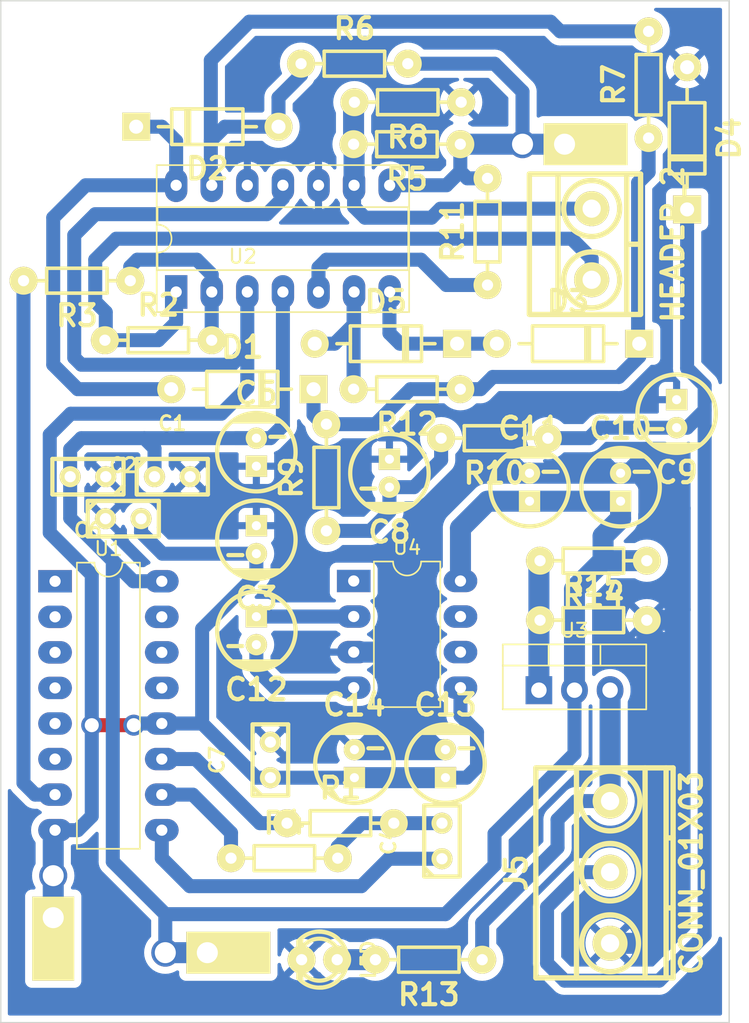
<source format=kicad_pcb>
(kicad_pcb (version 20211014) (generator pcbnew)
  (title_block (title "Medidor de conductividad") (date "2022-05-06") (rev "V0.1") (comment 1 "Autor: Dal Degan Santiago"))
  (layers (0 "F.Cu" signal) (31 "B.Cu" signal) (34 "B.Paste" user) (35 "F.Paste" user) (36 "B.SilkS" user "B.Silkscreen") (37 "F.SilkS" user "F.Silkscreen") (38 "B.Mask" user) (39 "F.Mask" user) (44 "Edge.Cuts" user))
  (net 0 "")
  (net 1 "+3V0")
  (net 2 "GND")
  (net 3 "-3V3")
  (net 4 "Net-(C4-Pad1)")
  (net 5 "Net-(C4-Pad2)")
  (net 6 "Net-(C8-Pad2)")
  (net 7 "Net-(C9-Pad2)")
  (net 8 "Net-(C12-Pad1)")
  (net 9 "Net-(C12-Pad2)")
  (net 10 "Net-(D1-Pad1)")
  (net 11 "Net-(D1-Pad2)")
  (net 12 "Net-(D2-Pad1)")
  (net 13 "Net-(D3-Pad1)")
  (net 14 "Net-(D5-Pad1)")
  (net 15 "Net-(J1-Pad1)")
  (net 16 "Net-(J1-Pad2)")
  (net 17 "Net-(J2-Pad1)")
  (net 18 "VCC")
  (net 19 "Net-(LED1-Pad1)")
  (net 20 "Net-(R1-Pad1)")
  (net 21 "Net-(R2-Pad2)")
  (net 22 "Net-(R3-Pad2)")
  (net 23 "Net-(R4-Pad1)")
  (net 24 "Net-(R11-Pad1)")
  (net 25 "Net-(R14-Pad2)")
  (footprint "EESTN5:CAP_0.1" (layer "F.Cu") (at 214.25 63)
    (fp_text reference "C1" (at 0 -3.81) (layer "F.SilkS") (effects (font (size 1.016 1.016) (thickness 0.2032))))
    (fp_text value "100n" hide)
    (pad "1" thru_hole circle locked (at -1.27 0) (size 1.50114 1.50114) (drill 0.8001) (layers *.Cu *.Mask "F.SilkS") (net 1 "+3V0"))
    (pad "2" thru_hole circle locked (at 1.27 0) (size 1.50114 1.50114) (drill 0.8001) (layers *.Cu *.Mask "F.SilkS") (net 2 "GND"))
  )
  (footprint "EESTN5:CAP_ELEC_5x11mm" (layer "F.Cu") (at 229.75 62.75 180)
    (fp_text reference "C8" (at 0 -4.2) (layer "F.SilkS") (effects (font (size 1.524 1.524) (thickness 0.3048))))
    (fp_text value "1u" hide)
    (pad "1" thru_hole rect locked (at 0 1 180) (size 1.524 1.524) (drill 0.65) (layers *.Cu *.Mask "F.SilkS") (net 2 "GND"))
    (pad "2" thru_hole circle locked (at 0 -1 180) (size 1.524 1.524) (drill 0.65) (layers *.Cu *.Mask "F.SilkS") (net 6 "Net-(C8-Pad2)"))
  )
  (footprint "EESTN5:CAP_0.1" (layer "F.Cu") (at 208.23 63 180)
    (fp_text reference "C6" (at 0 -3.81) (layer "F.SilkS") (effects (font (size 1.016 1.016) (thickness 0.2032))))
    (fp_text value "100n" hide)
    (pad "1" thru_hole circle locked (at -1.27 0 180) (size 1.50114 1.50114) (drill 0.8001) (layers *.Cu *.Mask "F.SilkS") (net 2 "GND"))
    (pad "2" thru_hole circle locked (at 1.27 0 180) (size 1.50114 1.50114) (drill 0.8001) (layers *.Cu *.Mask "F.SilkS") (net 1 "+3V0"))
  )
  (footprint "MacroLib:DIP-14" (layer "F.Cu") (at 214.525 49.805 90)
    (fp_text reference "U2" (at 2.54 4.75) (layer "F.SilkS"))
    (fp_text value "TL084")
    (pad "1" thru_hole rect (at 0 0 90) (size 2.4 1.6) (drill 0.8) (layers *.Cu *.Mask) (net 15 "Net-(J1-Pad1)"))
    (pad "2" thru_hole oval (at 0 2.54 90) (size 2.4 1.6) (drill 0.8) (layers *.Cu *.Mask) (net 21 "Net-(R2-Pad2)"))
    (pad "3" thru_hole oval (at 0 5.08 90) (size 2.4 1.6) (drill 0.8) (layers *.Cu *.Mask) (net 3 "-3V3"))
    (pad "4" thru_hole oval (at 0 7.62 90) (size 2.4 1.6) (drill 0.8) (layers *.Cu *.Mask) (net 1 "+3V0"))
    (pad "5" thru_hole oval (at 0 10.16 90) (size 2.4 1.6) (drill 0.8) (layers *.Cu *.Mask) (net 24 "Net-(R11-Pad1)"))
    (pad "6" thru_hole oval (at 0 12.7 90) (size 2.4 1.6) (drill 0.8) (layers *.Cu *.Mask) (net 14 "Net-(D5-Pad1)"))
    (pad "7" thru_hole oval (at 0 15.24 90) (size 2.4 1.6) (drill 0.8) (layers *.Cu *.Mask) (net 13 "Net-(D3-Pad1)"))
    (pad "8" thru_hole oval (at 7.62 15.24 90) (size 2.4 1.6) (drill 0.8) (layers *.Cu *.Mask) (net 17 "Net-(J2-Pad1)"))
    (pad "9" thru_hole oval (at 7.62 12.7 90) (size 2.4 1.6) (drill 0.8) (layers *.Cu *.Mask) (net 16 "Net-(J1-Pad2)"))
    (pad "10" thru_hole oval (at 7.62 10.16 90) (size 2.4 1.6) (drill 0.8) (layers *.Cu *.Mask) (net 2 "GND"))
    (pad "11" thru_hole oval (at 7.62 7.62 90) (size 2.4 1.6) (drill 0.8) (layers *.Cu *.Mask) (net 3 "-3V3"))
    (pad "12" thru_hole oval (at 7.62 5.08 90) (size 2.4 1.6) (drill 0.8) (layers *.Cu *.Mask) (net 2 "GND"))
    (pad "13" thru_hole oval (at 7.62 2.54 90) (size 2.4 1.6) (drill 0.8) (layers *.Cu *.Mask) (net 12 "Net-(D2-Pad1)"))
    (pad "14" thru_hole oval (at 7.62 0 90) (size 2.4 1.6) (drill 0.8) (layers *.Cu *.Mask) (net 10 "Net-(D1-Pad1)"))
  )
  (footprint "EESTN5:led_3mm_red" (layer "F.Cu") (at 224.75 97.5 -90)
    (fp_text reference "LED1" hide)
    (fp_text value "LED" (at 0 -3.5 90) (layer "F.SilkS") (effects (font (thickness 0.2))))
    (pad "1" thru_hole circle locked (at 0 -1.27 270) (size 1.99898 1.99898) (drill 0.8001) (layers *.Cu *.Mask "F.SilkS") (net 19 "Net-(LED1-Pad1)"))
    (pad "2" thru_hole circle locked (at 0 1.27 270) (size 1.99898 1.99898) (drill 0.8001) (layers *.Cu *.Mask "F.SilkS") (net 2 "GND"))
  )
  (footprint "EESTN5:RES0.3" (layer "F.Cu") (at 248.25 35 90)
    (fp_text reference "R7" (at 0 -2.5 90) (layer "F.SilkS") (effects (font (size 1.5 1.5) (thickness 0.3))))
    (fp_text value "10k" hide)
    (pad "1" thru_hole circle locked (at -3.81 0 90) (size 1.99898 1.99898) (drill 0.8001) (layers *.Cu *.Mask "F.SilkS") (net 11 "Net-(D1-Pad2)"))
    (pad "2" thru_hole circle locked (at 3.81 0 90) (size 1.99898 1.99898) (drill 0.8001) (layers *.Cu *.Mask "F.SilkS") (net 12 "Net-(D2-Pad1)"))
  )
  (footprint "EESTN5:RES0.3" (layer "F.Cu") (at 226.25 87.75)
    (fp_text reference "R1" (at 0 -2.5) (layer "F.SilkS") (effects (font (size 1.5 1.5) (thickness 0.3))))
    (fp_text value "100k" hide)
    (pad "1" thru_hole circle locked (at -3.81 0) (size 1.99898 1.99898) (drill 0.8001) (layers *.Cu *.Mask "F.SilkS") (net 20 "Net-(R1-Pad1)"))
    (pad "2" thru_hole circle locked (at 3.81 0) (size 1.99898 1.99898) (drill 0.8001) (layers *.Cu *.Mask "F.SilkS") (net 5 "Net-(C4-Pad2)"))
  )
  (footprint "EESTN5:RES0.3" (layer "F.Cu") (at 236.75 45.5 90)
    (fp_text reference "R11" (at 0 -2.5 90) (layer "F.SilkS") (effects (font (size 1.5 1.5) (thickness 0.3))))
    (fp_text value "10k" hide)
    (pad "1" thru_hole circle locked (at -3.81 0 90) (size 1.99898 1.99898) (drill 0.8001) (layers *.Cu *.Mask "F.SilkS") (net 24 "Net-(R11-Pad1)"))
    (pad "2" thru_hole circle locked (at 3.81 0 90) (size 1.99898 1.99898) (drill 0.8001) (layers *.Cu *.Mask "F.SilkS") (net 17 "Net-(J2-Pad1)"))
  )
  (footprint "EESTN5:RES0.3" (layer "F.Cu") (at 231 56.75 180)
    (fp_text reference "R12" (at 0 -2.5) (layer "F.SilkS") (effects (font (size 1.5 1.5) (thickness 0.3))))
    (fp_text value "10k" hide)
    (pad "1" thru_hole circle locked (at -3.81 0 180) (size 1.99898 1.99898) (drill 0.8001) (layers *.Cu *.Mask "F.SilkS") (net 11 "Net-(D1-Pad2)"))
    (pad "2" thru_hole circle locked (at 3.81 0 180) (size 1.99898 1.99898) (drill 0.8001) (layers *.Cu *.Mask "F.SilkS") (net 14 "Net-(D5-Pad1)"))
  )
  (footprint "EESTN5:CAP_ELEC_5x11mm" (layer "F.Cu") (at 250.25 58.5 180)
    (fp_text reference "C9" (at 0 -4.2) (layer "F.SilkS") (effects (font (size 1.524 1.524) (thickness 0.3048))))
    (fp_text value "1u" hide)
    (pad "1" thru_hole rect locked (at 0 1 180) (size 1.524 1.524) (drill 0.65) (layers *.Cu *.Mask "F.SilkS") (net 2 "GND"))
    (pad "2" thru_hole circle locked (at 0 -1 180) (size 1.524 1.524) (drill 0.65) (layers *.Cu *.Mask "F.SilkS") (net 7 "Net-(C9-Pad2)"))
  )
  (footprint "EESTN5:Cable_Doble_1,5mm" (layer "F.Cu") (at 242.25 39.25 90)
    (fp_text reference "J2" hide)
    (fp_text value "Cable_PAD" hide)
    (pad "1" thru_hole rect locked (at 0 0 90) (size 3 6) (drill 1.5 (offset 0 1.5)) (layers *.Cu "F.SilkS") (net 17 "Net-(J2-Pad1)"))
    (pad "1" thru_hole circle locked (at 0 -3 90) (size 2 2) (drill 1.5) (layers *.Cu *.Mask) (net 17 "Net-(J2-Pad1)"))
    (pad "1" thru_hole circle locked (at 0 0 90) (size 1.524 1.524) (drill 0.762) (layers *.Cu *.Mask) (net 17 "Net-(J2-Pad1)"))
  )
  (footprint "EESTN5:RES0.3" (layer "F.Cu") (at 231.06 36.25 180)
    (fp_text reference "R8" (at 0 -2.5) (layer "F.SilkS") (effects (font (size 1.5 1.5) (thickness 0.3))))
    (fp_text value "1M" hide)
    (pad "1" thru_hole circle locked (at -3.81 0 180) (size 1.99898 1.99898) (drill 0.8001) (layers *.Cu *.Mask "F.SilkS") (net 2 "GND"))
    (pad "2" thru_hole circle locked (at 3.81 0 180) (size 1.99898 1.99898) (drill 0.8001) (layers *.Cu *.Mask "F.SilkS") (net 16 "Net-(J1-Pad2)"))
  )
  (footprint "EESTN5:CAP_ELEC_5x11mm" (layer "F.Cu") (at 246.25 63.75)
    (fp_text reference "C10" (at 0 -4.2) (layer "F.SilkS") (effects (font (size 1.524 1.524) (thickness 0.3048))))
    (fp_text value "10u" hide)
    (pad "1" thru_hole rect locked (at 0 1) (size 1.524 1.524) (drill 0.65) (layers *.Cu *.Mask "F.SilkS") (net 1 "+3V0"))
    (pad "2" thru_hole circle locked (at 0 -1) (size 1.524 1.524) (drill 0.65) (layers *.Cu *.Mask "F.SilkS") (net 2 "GND"))
  )
  (footprint "EESTN5:RES0.3" (layer "F.Cu") (at 225.25 63.06 90)
    (fp_text reference "R9" (at 0 -2.5 90) (layer "F.SilkS") (effects (font (size 1.5 1.5) (thickness 0.3))))
    (fp_text value "10k" hide)
    (pad "1" thru_hole circle locked (at -3.81 0 90) (size 1.99898 1.99898) (drill 0.8001) (layers *.Cu *.Mask "F.SilkS") (net 6 "Net-(C8-Pad2)"))
    (pad "2" thru_hole circle locked (at 3.81 0 90) (size 1.99898 1.99898) (drill 0.8001) (layers *.Cu *.Mask "F.SilkS") (net 11 "Net-(D1-Pad2)"))
  )
  (footprint "EESTN5:RES0.3" (layer "F.Cu") (at 227.25 33.5)
    (fp_text reference "R6" (at 0 -2.5) (layer "F.SilkS") (effects (font (size 1.5 1.5) (thickness 0.3))))
    (fp_text value "10k" hide)
    (pad "1" thru_hole circle locked (at -3.81 0) (size 1.99898 1.99898) (drill 0.8001) (layers *.Cu *.Mask "F.SilkS") (net 12 "Net-(D2-Pad1)"))
    (pad "2" thru_hole circle locked (at 3.81 0) (size 1.99898 1.99898) (drill 0.8001) (layers *.Cu *.Mask "F.SilkS") (net 17 "Net-(J2-Pad1)"))
  )
  (footprint "EESTN5:DO-41" (layer "F.Cu") (at 229.5 53.5)
    (fp_text reference "D5" (at 0 -3) (layer "F.SilkS") (effects (font (size 1.524 1.524) (thickness 0.3048))))
    (fp_text value "1N4148" hide)
    (pad "1" thru_hole circle locked (at -5.08 0) (size 1.99898 1.99898) (drill 1.00076) (layers *.Cu *.Mask "F.SilkS") (net 14 "Net-(D5-Pad1)"))
    (pad "2" thru_hole rect locked (at 5.08 0) (size 1.99898 1.99898) (drill 1.00076) (layers *.Cu *.Mask "F.SilkS") (net 13 "Net-(D3-Pad1)"))
  )
  (footprint "EESTN5:Cable_Doble_1,5mm" (layer "F.Cu") (at 216.75 97 90)
    (fp_text reference "J3" hide)
    (fp_text value "Cable_PAD" hide)
    (pad "1" thru_hole rect locked (at 0 0 90) (size 3 6) (drill 1.5 (offset 0 1.5)) (layers *.Cu "F.SilkS") (net 1 "+3V0"))
    (pad "1" thru_hole circle locked (at 0 0 90) (size 1.524 1.524) (drill 0.762) (layers *.Cu *.Mask) (net 1 "+3V0"))
    (pad "1" thru_hole circle locked (at 0 -3 90) (size 2 2) (drill 1.5) (layers *.Cu *.Mask) (net 1 "+3V0"))
  )
  (footprint "MacroLib:TO-220-3_Vertical" (layer "F.Cu") (at 240.42 78.25)
    (fp_text reference "U3" (at 2.54 -4.27) (layer "F.SilkS"))
    (fp_text value "LM317")
    (pad "1" thru_hole rect (at 0 0) (size 1.905 2) (drill 1.1) (layers *.Cu *.Mask) (net 25 "Net-(R14-Pad2)"))
    (pad "2" thru_hole oval (at 2.54 0) (size 1.905 2) (drill 1.1) (layers *.Cu *.Mask) (net 1 "+3V0"))
    (pad "3" thru_hole oval (at 5.08 0) (size 1.905 2) (drill 1.1) (layers *.Cu *.Mask) (net 18 "VCC"))
  )
  (footprint "EESTN5:BORNERA2_AZUL" (layer "F.Cu") (at 244.185 46.395 90)
    (fp_text reference "J1" hide)
    (fp_text value "HEADER_2" (at 0 5.8 90) (layer "F.SilkS") (effects (font (size 1.5 1.5) (thickness 0.3))))
    (pad "1" thru_hole circle locked (at -2.54 0 90) (size 2.5 2.5) (drill 1.3) (layers *.Cu *.Mask "F.SilkS") (net 15 "Net-(J1-Pad1)"))
    (pad "2" thru_hole circle locked (at 2.54 0 90) (size 2.5 2.5) (drill 1.3) (layers *.Cu *.Mask "F.SilkS") (net 16 "Net-(J1-Pad2)"))
  )
  (footprint "EESTN5:RES0.3" (layer "F.Cu") (at 232.56 97.5 180)
    (fp_text reference "R13" (at 0 -2.5) (layer "F.SilkS") (effects (font (size 1.5 1.5) (thickness 0.3))))
    (fp_text value "5.6k" hide)
    (pad "1" thru_hole circle locked (at -3.81 0 180) (size 1.99898 1.99898) (drill 0.8001) (layers *.Cu *.Mask "F.SilkS") (net 18 "VCC"))
    (pad "2" thru_hole circle locked (at 3.81 0 180) (size 1.99898 1.99898) (drill 0.8001) (layers *.Cu *.Mask "F.SilkS") (net 19 "Net-(LED1-Pad1)"))
  )
  (footprint "EESTN5:RES0.3" (layer "F.Cu") (at 213.25 53.25)
    (fp_text reference "R2" (at 0 -2.5) (layer "F.SilkS") (effects (font (size 1.5 1.5) (thickness 0.3))))
    (fp_text value "6.8k" hide)
    (pad "1" thru_hole circle locked (at -3.81 0) (size 1.99898 1.99898) (drill 0.8001) (layers *.Cu *.Mask "F.SilkS") (net 15 "Net-(J1-Pad1)"))
    (pad "2" thru_hole circle locked (at 3.81 0) (size 1.99898 1.99898) (drill 0.8001) (layers *.Cu *.Mask "F.SilkS") (net 21 "Net-(R2-Pad2)"))
  )
  (footprint "EESTN5:RES0.3" (layer "F.Cu") (at 237.25 60.25 180)
    (fp_text reference "R10" (at 0 -2.5) (layer "F.SilkS") (effects (font (size 1.5 1.5) (thickness 0.3))))
    (fp_text value "10k" hide)
    (pad "1" thru_hole circle locked (at -3.81 0 180) (size 1.99898 1.99898) (drill 0.8001) (layers *.Cu *.Mask "F.SilkS") (net 7 "Net-(C9-Pad2)"))
    (pad "2" thru_hole circle locked (at 3.81 0 180) (size 1.99898 1.99898) (drill 0.8001) (layers *.Cu *.Mask "F.SilkS") (net 6 "Net-(C8-Pad2)"))
  )
  (footprint "EESTN5:CAP_0.1" (layer "F.Cu") (at 221.25 83.23 90)
    (fp_text reference "C7" (at 0 -3.81 90) (layer "F.SilkS") (effects (font (size 1.016 1.016) (thickness 0.2032))))
    (fp_text value "100n" hide)
    (pad "1" thru_hole circle locked (at -1.27 0 90) (size 1.50114 1.50114) (drill 0.8001) (layers *.Cu *.Mask "F.SilkS") (net 3 "-3V3"))
    (pad "2" thru_hole circle locked (at 1.27 0 90) (size 1.50114 1.50114) (drill 0.8001) (layers *.Cu *.Mask "F.SilkS") (net 2 "GND"))
  )
  (footprint "EESTN5:BORNERA3" (layer "F.Cu") (at 245.5 91.25 90)
    (fp_text reference "J5" (at -0.05 -6.7 90) (layer "F.SilkS") (effects (font (size 1.5 1.5) (thickness 0.3))))
    (fp_text value "CONN_01X03" (at -0.05 5.8 90) (layer "F.SilkS") (effects (font (size 1.5 1.5) (thickness 0.3))))
    (pad "1" thru_hole circle locked (at -5.08 0 90) (size 2.5 2.5) (drill 1.3) (layers *.Cu *.Mask "F.SilkS") (net 2 "GND"))
    (pad "2" thru_hole circle locked (at 0 0 90) (size 2.5 2.5) (drill 1.3) (layers *.Cu *.Mask "F.SilkS") (net 7 "Net-(C9-Pad2)"))
    (pad "3" thru_hole circle locked (at 5.08 0 90) (size 2.5 2.5) (drill 1.3) (layers *.Cu *.Mask "F.SilkS") (net 18 "VCC"))
  )
  (footprint "EESTN5:CAP_ELEC_5x11mm" (layer "F.Cu") (at 239.75 63.75)
    (fp_text reference "C11" (at 0 -4.2) (layer "F.SilkS") (effects (font (size 1.524 1.524) (thickness 0.3048))))
    (fp_text value "100u" hide)
    (pad "1" thru_hole rect locked (at 0 1) (size 1.524 1.524) (drill 0.65) (layers *.Cu *.Mask "F.SilkS") (net 1 "+3V0"))
    (pad "2" thru_hole circle locked (at 0 -1) (size 1.524 1.524) (drill 0.65) (layers *.Cu *.Mask "F.SilkS") (net 2 "GND"))
  )
  (footprint "EESTN5:CAP_0.1" (layer "F.Cu") (at 210.75 66)
    (fp_text reference "C2" (at 0 -3.81) (layer "F.SilkS") (effects (font (size 1.016 1.016) (thickness 0.2032))))
    (fp_text value "100n" hide)
    (pad "1" thru_hole circle locked (at -1.27 0) (size 1.50114 1.50114) (drill 0.8001) (layers *.Cu *.Mask "F.SilkS") (net 2 "GND"))
    (pad "2" thru_hole circle locked (at 1.27 0) (size 1.50114 1.50114) (drill 0.8001) (layers *.Cu *.Mask "F.SilkS") (net 3 "-3V3"))
  )
  (footprint "EESTN5:RES0.3" (layer "F.Cu") (at 222.25 90.25)
    (fp_text reference "R4" (at 0 -2.5) (layer "F.SilkS") (effects (font (size 1.5 1.5) (thickness 0.3))))
    (fp_text value "10k" hide)
    (pad "1" thru_hole circle locked (at -3.81 0) (size 1.99898 1.99898) (drill 0.8001) (layers *.Cu *.Mask "F.SilkS") (net 23 "Net-(R4-Pad1)"))
    (pad "2" thru_hole circle locked (at 3.81 0) (size 1.99898 1.99898) (drill 0.8001) (layers *.Cu *.Mask "F.SilkS") (net 5 "Net-(C4-Pad2)"))
  )
  (footprint "EESTN5:RES0.3" (layer "F.Cu") (at 244.31 73.25)
    (fp_text reference "R15" (at 0 -2.5) (layer "F.SilkS") (effects (font (size 1.5 1.5) (thickness 0.3))))
    (fp_text value "4.7k" hide)
    (pad "1" thru_hole circle locked (at -3.81 0) (size 1.99898 1.99898) (drill 0.8001) (layers *.Cu *.Mask "F.SilkS") (net 25 "Net-(R14-Pad2)"))
    (pad "2" thru_hole circle locked (at 3.81 0) (size 1.99898 1.99898) (drill 0.8001) (layers *.Cu *.Mask "F.SilkS") (net 2 "GND"))
  )
  (footprint "EESTN5:DO-41" (layer "F.Cu") (at 216.75 38 180)
    (fp_text reference "D2" (at 0 -3) (layer "F.SilkS") (effects (font (size 1.524 1.524) (thickness 0.3048))))
    (fp_text value "1N4148" hide)
    (pad "1" thru_hole circle locked (at -5.08 0 180) (size 1.99898 1.99898) (drill 1.00076) (layers *.Cu *.Mask "F.SilkS") (net 12 "Net-(D2-Pad1)"))
    (pad "2" thru_hole rect locked (at 5.08 0 180) (size 1.99898 1.99898) (drill 1.00076) (layers *.Cu *.Mask "F.SilkS") (net 10 "Net-(D1-Pad1)"))
  )
  (footprint "EESTN5:CAP_ELEC_5x11mm" (layer "F.Cu") (at 233.75 83.5)
    (fp_text reference "C13" (at 0 -4.2) (layer "F.SilkS") (effects (font (size 1.524 1.524) (thickness 0.3048))))
    (fp_text value "10u" hide)
    (pad "1" thru_hole rect locked (at 0 1) (size 1.524 1.524) (drill 0.65) (layers *.Cu *.Mask "F.SilkS") (net 3 "-3V3"))
    (pad "2" thru_hole circle locked (at 0 -1) (size 1.524 1.524) (drill 0.65) (layers *.Cu *.Mask "F.SilkS") (net 2 "GND"))
  )
  (footprint "MacroLib:DIP-8" (layer "F.Cu") (at 227.2 70.45)
    (fp_text reference "U4" (at 3.81 -2.39) (layer "F.SilkS"))
    (fp_text value "TC7660" hide)
    (pad "1" thru_hole rect locked (at 0 0) (size 2.4 1.6) (drill 0.8) (layers *.Cu *.Mask))
    (pad "2" thru_hole oval locked (at 0 2.54) (size 2.4 1.6) (drill 0.8) (layers *.Cu *.Mask) (net 8 "Net-(C12-Pad1)"))
    (pad "3" thru_hole oval locked (at 0 5.08) (size 2.4 1.6) (drill 0.8) (layers *.Cu *.Mask) (net 2 "GND"))
    (pad "4" thru_hole oval locked (at 0 7.62) (size 2.4 1.6) (drill 0.8) (layers *.Cu *.Mask) (net 9 "Net-(C12-Pad2)"))
    (pad "5" thru_hole oval locked (at 7.62 7.62) (size 2.4 1.6) (drill 0.8) (layers *.Cu *.Mask) (net 3 "-3V3"))
    (pad "6" thru_hole oval locked (at 7.62 5.08) (size 2.4 1.6) (drill 0.8) (layers *.Cu *.Mask))
    (pad "7" thru_hole oval locked (at 7.62 2.54) (size 2.4 1.6) (drill 0.8) (layers *.Cu *.Mask))
    (pad "8" thru_hole oval locked (at 7.62 0) (size 2.4 1.6) (drill 0.8) (layers *.Cu *.Mask) (net 1 "+3V0"))
  )
  (footprint "EESTN5:CAP_ELEC_5x11mm" (layer "F.Cu") (at 220.25 61.25)
    (fp_text reference "C5" (at 0 -4.2) (layer "F.SilkS") (effects (font (size 1.524 1.524) (thickness 0.3048))))
    (fp_text value "4.7u" hide)
    (pad "1" thru_hole rect locked (at 0 1) (size 1.524 1.524) (drill 0.65) (layers *.Cu *.Mask "F.SilkS") (net 2 "GND"))
    (pad "2" thru_hole circle locked (at 0 -1) (size 1.524 1.524) (drill 0.65) (layers *.Cu *.Mask "F.SilkS") (net 1 "+3V0"))
  )
  (footprint "EESTN5:RES0.3" (layer "F.Cu") (at 244.31 69 180)
    (fp_text reference "R14" (at 0 -2.5) (layer "F.SilkS") (effects (font (size 1.5 1.5) (thickness 0.3))))
    (fp_text value "3.3k" hide)
    (pad "1" thru_hole circle locked (at -3.81 0 180) (size 1.99898 1.99898) (drill 0.8001) (layers *.Cu *.Mask "F.SilkS") (net 1 "+3V0"))
    (pad "2" thru_hole circle locked (at 3.81 0 180) (size 1.99898 1.99898) (drill 0.8001) (layers *.Cu *.Mask "F.SilkS") (net 25 "Net-(R14-Pad2)"))
  )
  (footprint "EESTN5:DO-41" (layer "F.Cu") (at 242.5 53.5)
    (fp_text reference "D3" (at 0 -3) (layer "F.SilkS") (effects (font (size 1.524 1.524) (thickness 0.3048))))
    (fp_text value "1N4148" hide)
    (pad "1" thru_hole circle locked (at -5.08 0) (size 1.99898 1.99898) (drill 1.00076) (layers *.Cu *.Mask "F.SilkS") (net 13 "Net-(D3-Pad1)"))
    (pad "2" thru_hole rect locked (at 5.08 0) (size 1.99898 1.99898) (drill 1.00076) (layers *.Cu *.Mask "F.SilkS") (net 11 "Net-(D1-Pad2)"))
  )
  (footprint "MacroLib:DIP-16" (layer "F.Cu") (at 205.88 70.47)
    (fp_text reference "U1" (at 3.81 -2.33) (layer "F.SilkS"))
    (fp_text value "CD4060BM")
    (pad "1" thru_hole rect (at 0 0) (size 2.4 1.6) (drill 0.8) (layers *.Cu *.Mask))
    (pad "2" thru_hole oval (at 0 2.54) (size 2.4 1.6) (drill 0.8) (layers *.Cu *.Mask))
    (pad "3" thru_hole oval (at 0 5.08) (size 2.4 1.6) (drill 0.8) (layers *.Cu *.Mask))
    (pad "4" thru_hole oval (at 0 7.62) (size 2.4 1.6) (drill 0.8) (layers *.Cu *.Mask))
    (pad "5" thru_hole oval (at 0 10.16) (size 2.4 1.6) (drill 0.8) (layers *.Cu *.Mask))
    (pad "6" thru_hole oval (at 0 12.7) (size 2.4 1.6) (drill 0.8) (layers *.Cu *.Mask))
    (pad "7" thru_hole oval (at 0 15.24) (size 2.4 1.6) (drill 0.8) (layers *.Cu *.Mask) (net 22 "Net-(R3-Pad2)"))
    (pad "8" thru_hole oval (at 0 17.78) (size 2.4 1.6) (drill 0.8) (layers *.Cu *.Mask) (net 3 "-3V3"))
    (pad "9" thru_hole oval (at 7.62 17.78) (size 2.4 1.6) (drill 0.8) (layers *.Cu *.Mask) (net 4 "Net-(C4-Pad1)"))
    (pad "10" thru_hole oval (at 7.62 15.24) (size 2.4 1.6) (drill 0.8) (layers *.Cu *.Mask) (net 23 "Net-(R4-Pad1)"))
    (pad "11" thru_hole oval (at 7.62 12.7) (size 2.4 1.6) (drill 0.8) (layers *.Cu *.Mask) (net 20 "Net-(R1-Pad1)"))
    (pad "12" thru_hole oval (at 7.62 10.16) (size 2.4 1.6) (drill 0.8) (layers *.Cu *.Mask) (net 3 "-3V3"))
    (pad "13" thru_hole oval (at 7.62 7.62) (size 2.4 1.6) (drill 0.8) (layers *.Cu *.Mask))
    (pad "14" thru_hole oval (at 7.62 5.08) (size 2.4 1.6) (drill 0.8) (layers *.Cu *.Mask))
    (pad "15" thru_hole oval (at 7.62 2.54) (size 2.4 1.6) (drill 0.8) (layers *.Cu *.Mask))
    (pad "16" thru_hole oval (at 7.62 0) (size 2.4 1.6) (drill 0.8) (layers *.Cu *.Mask) (net 1 "+3V0"))
  )
  (footprint "EESTN5:RES0.3" (layer "F.Cu") (at 231 39.25 180)
    (fp_text reference "R5" (at 0 -2.5) (layer "F.SilkS") (effects (font (size 1.5 1.5) (thickness 0.3))))
    (fp_text value "5.6k" hide)
    (pad "1" thru_hole circle locked (at -3.81 0 180) (size 1.99898 1.99898) (drill 0.8001) (layers *.Cu *.Mask "F.SilkS") (net 17 "Net-(J2-Pad1)"))
    (pad "2" thru_hole circle locked (at 3.81 0 180) (size 1.99898 1.99898) (drill 0.8001) (layers *.Cu *.Mask "F.SilkS") (net 16 "Net-(J1-Pad2)"))
  )
  (footprint "EESTN5:CAP_ELEC_5x11mm" (layer "F.Cu") (at 220.25 67.5 180)
    (fp_text reference "C3" (at 0 -4.2) (layer "F.SilkS") (effects (font (size 1.524 1.524) (thickness 0.3048))))
    (fp_text value "4.7u" hide)
    (pad "1" thru_hole rect locked (at 0 1 180) (size 1.524 1.524) (drill 0.65) (layers *.Cu *.Mask "F.SilkS") (net 2 "GND"))
    (pad "2" thru_hole circle locked (at 0 -1 180) (size 1.524 1.524) (drill 0.65) (layers *.Cu *.Mask "F.SilkS") (net 3 "-3V3"))
  )
  (footprint "EESTN5:DO-41" (layer "F.Cu") (at 219.25 56.75)
    (fp_text reference "D1" (at 0 -3) (layer "F.SilkS") (effects (font (size 1.524 1.524) (thickness 0.3048))))
    (fp_text value "1N4148" hide)
    (pad "1" thru_hole circle locked (at -5.08 0) (size 1.99898 1.99898) (drill 1.00076) (layers *.Cu *.Mask "F.SilkS") (net 10 "Net-(D1-Pad1)"))
    (pad "2" thru_hole rect locked (at 5.08 0) (size 1.99898 1.99898) (drill 1.00076) (layers *.Cu *.Mask "F.SilkS") (net 11 "Net-(D1-Pad2)"))
  )
  (footprint "EESTN5:CAP_0.1" (layer "F.Cu") (at 233.5 89.02 90)
    (fp_text reference "C4" (at 0 -3.81 90) (layer "F.SilkS") (effects (font (size 1.016 1.016) (thickness 0.2032))))
    (fp_text value "1n" hide)
    (pad "1" thru_hole circle locked (at -1.27 0 90) (size 1.50114 1.50114) (drill 0.8001) (layers *.Cu *.Mask "F.SilkS") (net 4 "Net-(C4-Pad1)"))
    (pad "2" thru_hole circle locked (at 1.27 0 90) (size 1.50114 1.50114) (drill 0.8001) (layers *.Cu *.Mask "F.SilkS") (net 5 "Net-(C4-Pad2)"))
  )
  (footprint "EESTN5:Cable_Doble_1,5mm" (layer "F.Cu") (at 205.75 94.5)
    (fp_text reference "J4" hide)
    (fp_text value "Cable_PAD" hide)
    (pad "1" thru_hole rect locked (at 0 0) (size 3 6) (drill 1.5 (offset 0 1.5)) (layers *.Cu "F.SilkS") (net 3 "-3V3"))
    (pad "1" thru_hole circle locked (at 0 0) (size 1.524 1.524) (drill 0.762) (layers *.Cu *.Mask) (net 3 "-3V3"))
    (pad "1" thru_hole circle locked (at 0 -3) (size 2 2) (drill 1.5) (layers *.Cu *.Mask) (net 3 "-3V3"))
  )
  (footprint "EESTN5:CAP_ELEC_5x11mm" (layer "F.Cu") (at 227.25 83.5)
    (fp_text reference "C14" (at 0 -4.2) (layer "F.SilkS") (effects (font (size 1.524 1.524) (thickness 0.3048))))
    (fp_text value "100u" hide)
    (pad "1" thru_hole rect locked (at 0 1) (size 1.524 1.524) (drill 0.65) (layers *.Cu *.Mask "F.SilkS") (net 3 "-3V3"))
    (pad "2" thru_hole circle locked (at 0 -1) (size 1.524 1.524) (drill 0.65) (layers *.Cu *.Mask "F.SilkS") (net 2 "GND"))
  )
  (footprint "EESTN5:CAP_ELEC_5x11mm" (layer "F.Cu") (at 220.25 74 180)
    (fp_text reference "C12" (at 0 -4.2) (layer "F.SilkS") (effects (font (size 1.524 1.524) (thickness 0.3048))))
    (fp_text value "10u" hide)
    (pad "1" thru_hole rect locked (at 0 1 180) (size 1.524 1.524) (drill 0.65) (layers *.Cu *.Mask "F.SilkS") (net 8 "Net-(C12-Pad1)"))
    (pad "2" thru_hole circle locked (at 0 -1 180) (size 1.524 1.524) (drill 0.65) (layers *.Cu *.Mask "F.SilkS") (net 9 "Net-(C12-Pad2)"))
  )
  (footprint "EESTN5:RES0.3" (layer "F.Cu") (at 207.44 49 180)
    (fp_text reference "R3" (at 0 -2.5) (layer "F.SilkS") (effects (font (size 1.5 1.5) (thickness 0.3))))
    (fp_text value "100k" hide)
    (pad "1" thru_hole circle locked (at -3.81 0 180) (size 1.99898 1.99898) (drill 0.8001) (layers *.Cu *.Mask "F.SilkS") (net 21 "Net-(R2-Pad2)"))
    (pad "2" thru_hole circle locked (at 3.81 0 180) (size 1.99898 1.99898) (drill 0.8001) (layers *.Cu *.Mask "F.SilkS") (net 22 "Net-(R3-Pad2)"))
  )
  (footprint "EESTN5:DO-41" (layer "F.Cu") (at 251 38.83 -90)
    (fp_text reference "D4" (at 0 -3 90) (layer "F.SilkS") (effects (font (size 1.524 1.524) (thickness 0.3048))))
    (fp_text value "1N5819W" hide)
    (pad "1" thru_hole circle locked (at -5.08 0 270) (size 1.99898 1.99898) (drill 1.00076) (layers *.Cu *.Mask "F.SilkS") (net 2 "GND"))
    (pad "2" thru_hole rect locked (at 5.08 0 270) (size 1.99898 1.99898) (drill 1.00076) (layers *.Cu *.Mask "F.SilkS") (net 7 "Net-(C9-Pad2)"))
  )
  (gr_line (start 202 102) (end 202 29) (layer "Edge.Cuts") (width 0.1))
  (gr_line (start 254 29) (end 254 102) (layer "Edge.Cuts") (width 0.1))
  (gr_line (start 202 29) (end 254 29) (layer "Edge.Cuts") (width 0.1))
  (gr_line (start 254 102) (end 202 102) (layer "Edge.Cuts") (width 0.1))
  (segment (start 212.98 63) (end 212.98 60.98) (width 1) (layer "B.Cu") (net 1))
  (segment (start 237.25 88.5) (end 242.96 82.79) (width 1) (layer "B.Cu") (net 1))
  (segment (start 213.5 70.47) (end 211.47 70.47) (width 1) (layer "B.Cu") (net 1))
  (segment (start 237.25 90.75) (end 237.25 88.5) (width 1) (layer "B.Cu") (net 1))
  (segment (start 206.96 63) (end 206.96 65.96) (width 1) (layer "B.Cu") (net 1))
  (segment (start 222.145 59.355) (end 221.25 60.25) (width 1) (layer "B.Cu") (net 1))
  (segment (start 233.75 94.25) (end 237.25 90.75) (width 1) (layer "B.Cu") (net 1))
  (segment (start 212.98 60.98) (end 212.25 60.25) (width 1) (layer "B.Cu") (net 1))
  (segment (start 236.75 64.75) (end 239.75 64.75) (width 1.5) (layer "B.Cu") (net 1))
  (segment (start 246.25 66) (end 246.25 64.75) (width 1.5) (layer "B.Cu") (net 1))
  (segment (start 213.75 97) (end 216.75 97) (width 1.5) (layer "B.Cu") (net 1))
  (segment (start 246.25 64.75) (end 239.75 64.75) (width 1.5) (layer "B.Cu") (net 1))
  (segment (start 210 90.5) (end 213.75 94.25) (width 1) (layer "B.Cu") (net 1))
  (segment (start 212.25 60.25) (end 217.5 60.25) (width 1) (layer "B.Cu") (net 1))
  (segment (start 207.75 60.25) (end 212.25 60.25) (width 1) (layer "B.Cu") (net 1))
  (segment (start 206.96 63) (end 206.96 61.04) (width 1) (layer "B.Cu") (net 1))
  (segment (start 220.25 60.25) (end 218.75 60.25) (width 1) (layer "B.Cu") (net 1))
  (segment (start 234.82 70.45) (end 234.82 66.68) (width 1.5) (layer "B.Cu") (net 1))
  (segment (start 242.96 82.79) (end 242.96 78.25) (width 1) (layer "B.Cu") (net 1))
  (segment (start 206.96 61.04) (end 207.75 60.25) (width 1) (layer "B.Cu") (net 1))
  (segment (start 222.145 49.805) (end 222.145 59.355) (width 1) (layer "B.Cu") (net 1))
  (segment (start 217.5 60.25) (end 220.25 60.25) (width 1) (layer "B.Cu") (net 1))
  (segment (start 211.47 70.47) (end 210 69) (width 1) (layer "B.Cu") (net 1))
  (segment (start 242.96 71.04) (end 245 69) (width 1.5) (layer "B.Cu") (net 1))
  (segment (start 242.96 78.25) (end 242.96 71.04) (width 1.5) (layer "B.Cu") (net 1))
  (segment (start 210 69) (end 210 90.5) (width 1) (layer "B.Cu") (net 1))
  (segment (start 245 69) (end 248.12 69) (width 1.5) (layer "B.Cu") (net 1))
  (segment (start 213.75 97) (end 213.75 94.25) (width 1) (layer "B.Cu") (net 1))
  (segment (start 234.82 66.68) (end 236.75 64.75) (width 1.5) (layer "B.Cu") (net 1))
  (segment (start 245 69) (end 245 67.25) (width 1.5) (layer "B.Cu") (net 1))
  (segment (start 213.75 94.25) (end 233.75 94.25) (width 1) (layer "B.Cu") (net 1))
  (segment (start 221.25 60.25) (end 220.25 60.25) (width 1) (layer "B.Cu") (net 1))
  (segment (start 206.96 65.96) (end 210 69) (width 1) (layer "B.Cu") (net 1))
  (segment (start 245 67.25) (end 246.25 66) (width 1.5) (layer "B.Cu") (net 1))
  (segment (start 239.75 62.75) (end 246.25 62.75) (width 1.5) (layer "B.Cu") (net 2))
  (segment (start 250.5 72.5) (end 249.75 73.25) (width 1.5) (layer "B.Cu") (net 2))
  (segment (start 246.25 62.75) (end 248 62.75) (width 1.5) (layer "B.Cu") (net 2))
  (segment (start 239.75 62.75) (end 235.25 62.75) (width 1.5) (layer "B.Cu") (net 2))
  (segment (start 229.25 82.5) (end 233.75 82.5) (width 1.5) (layer "B.Cu") (net 2))
  (segment (start 248.12 73.25) (end 248.12 74.62) (width 1.5) (layer "B.Cu") (net 2))
  (segment (start 248 62.75) (end 250.5 65.25) (width 1.5) (layer "B.Cu") (net 2))
  (segment (start 250.5 65.25) (end 250.5 72.5) (width 1.5) (layer "B.Cu") (net 2))
  (segment (start 248.42 96.33) (end 249.75 95) (width 1.5) (layer "B.Cu") (net 2))
  (segment (start 227.2 75.53) (end 229.53 75.53) (width 1.5) (layer "B.Cu") (net 2))
  (segment (start 232.25 65.75) (end 232.25 72.81) (width 1.5) (layer "B.Cu") (net 2))
  (segment (start 249.75 73.25) (end 248.12 73.25) (width 1.5) (layer "B.Cu") (net 2))
  (segment (start 249.75 95) (end 249.75 76.25) (width 1.5) (layer "B.Cu") (net 2))
  (segment (start 232.25 72.81) (end 229.53 75.53) (width 1.5) (layer "B.Cu") (net 2))
  (segment (start 249.75 76.25) (end 248.12 74.62) (width 1.5) (layer "B.Cu") (net 2))
  (segment (start 231.25 77.25) (end 231.25 80.5) (width 1.5) (layer "B.Cu") (net 2))
  (segment (start 229.53 75.53) (end 231.25 77.25) (width 1.5) (layer "B.Cu") (net 2))
  (segment (start 227.25 82.5) (end 229.25 82.5) (width 1.5) (layer "B.Cu") (net 2))
  (segment (start 235.25 62.75) (end 232.25 65.75) (width 1.5) (layer "B.Cu") (net 2))
  (segment (start 245.5 96.33) (end 248.42 96.33) (width 1.5) (layer "B.Cu") (net 2))
  (segment (start 231.25 80.5) (end 229.25 82.5) (width 1.5) (layer "B.Cu") (net 2))
  (segment (start 211.5 80.75) (end 208.5 80.75) (width 1) (layer "F.Cu") (net 3))
  (via (at 208.5 80.75) (size 1.5) (drill 1) (layers "F.Cu" "B.Cu") (net 3))
  (via (at 211.5 80.75) (size 1.5) (drill 1) (layers "F.Cu" "B.Cu") (net 3))
  (segment (start 234.82 80.07) (end 234.82 78.07) (width 1) (layer "B.Cu") (net 3))
  (segment (start 213.5 80.63) (end 216.38 80.63) (width 1) (layer "B.Cu") (net 3))
  (segment (start 236 81.25) (end 234.82 80.07) (width 1) (layer "B.Cu") (net 3))
  (segment (start 205.5 67) (end 205.5 60) (width 1) (layer "B.Cu") (net 3))
  (segment (start 220.25 68.5) (end 213.54 68.5) (width 1) (layer "B.Cu") (net 3))
  (segment (start 220.25 68.5) (end 220.25 70) (width 1) (layer "B.Cu") (net 3))
  (segment (start 205.88 91.37) (end 205.75 91.5) (width 1) (layer "B.Cu") (net 3))
  (segment (start 205.88 88.25) (end 207.5 88.25) (width 1) (layer "B.Cu") (net 3))
  (segment (start 227.25 84.5) (end 233.75 84.5) (width 1.5) (layer "B.Cu") (net 3))
  (segment (start 219.605 56.645) (end 219.605 53.895) (width 1) (layer "B.Cu") (net 3))
  (segment (start 219.605 49.805) (end 219.605 53.895) (width 1) (layer "B.Cu") (net 3))
  (segment (start 205.5 60) (end 207 58.5) (width 1) (layer "B.Cu") (net 3))
  (segment (start 207.5 88.25) (end 208.5 87.25) (width 1) (layer "B.Cu") (net 3))
  (segment (start 205.75 91.5) (end 205.75 88.38) (width 1.5) (layer "B.Cu") (net 3))
  (segment (start 216.38 73.87) (end 216.38 80.63) (width 1) (layer "B.Cu") (net 3))
  (segment (start 205.75 94.5) (end 205.75 91.5) (width 1.5) (layer "B.Cu") (net 3))
  (segment (start 221.25 84.5) (end 220.25 84.5) (width 1) (layer "B.Cu") (net 3))
  (segment (start 208.75 44.25) (end 221 44.25) (width 1) (layer "B.Cu") (net 3))
  (segment (start 218.5 55) (end 207.75 55) (width 1) (layer "B.Cu") (net 3))
  (segment (start 205.75 88.38) (end 205.88 88.25) (width 1.5) (layer "B.Cu") (net 3))
  (segment (start 217.75 58.5) (end 219.605 56.645) (width 1) (layer "B.Cu") (net 3))
  (segment (start 220.25 84.5) (end 216.38 80.63) (width 1) (layer "B.Cu") (net 3))
  (segment (start 221 44.25) (end 222.145 43.105) (width 1) (layer "B.Cu") (net 3))
  (segment (start 222.145 43.105) (end 222.145 42.185) (width 1) (layer "B.Cu") (net 3))
  (segment (start 221.25 84.5) (end 227.25 84.5) (width 1) (layer "B.Cu") (net 3))
  (segment (start 233.75 84.5) (end 235.25 84.5) (width 1) (layer "B.Cu") (net 3))
  (segment (start 213.54 68.5) (end 212.02 66.98) (width 1) (layer "B.Cu") (net 3))
  (segment (start 208.5 80.75) (end 208.5 70) (width 1) (layer "B.Cu") (net 3))
  (segment (start 236 83.75) (end 236 81.25) (width 1) (layer "B.Cu") (net 3))
  (segment (start 208.5 87.25) (end 208.5 80.75) (width 1) (layer "B.Cu") (net 3))
  (segment (start 207.25 45.75) (end 208.75 44.25) (width 1) (layer "B.Cu") (net 3))
  (segment (start 208.5 70) (end 205.5 67) (width 1) (layer "B.Cu") (net 3))
  (segment (start 219.605 53.895) (end 218.5 55) (width 1) (layer "B.Cu") (net 3))
  (segment (start 207 58.5) (end 217.75 58.5) (width 1) (layer "B.Cu") (net 3))
  (segment (start 235.25 84.5) (end 236 83.75) (width 1) (layer "B.Cu") (net 3))
  (segment (start 207.75 55) (end 207.25 54.5) (width 1) (layer "B.Cu") (net 3))
  (segment (start 212.02 66) (end 212.02 66.98) (width 1) (layer "B.Cu") (net 3))
  (segment (start 207.25 54.5) (end 207.25 45.75) (width 1) (layer "B.Cu") (net 3))
  (segment (start 211.62 80.63) (end 211.5 80.75) (width 1) (layer "B.Cu") (net 3))
  (segment (start 220.25 70) (end 216.38 73.87) (width 1) (layer "B.Cu") (net 3))
  (segment (start 213.5 80.63) (end 211.62 80.63) (width 1) (layer "B.Cu") (net 3))
  (segment (start 233.5 90.29) (end 229.71 90.29) (width 1) (layer "B.Cu") (net 4))
  (segment (start 227.75 92.25) (end 215.5 92.25) (width 1) (layer "B.Cu") (net 4))
  (segment (start 229.71 90.29) (end 227.75 92.25) (width 1) (layer "B.Cu") (net 4))
  (segment (start 213.5 90.25) (end 213.5 88.25) (width 1) (layer "B.Cu") (net 4))
  (segment (start 215.5 92.25) (end 213.5 90.25) (width 1) (layer "B.Cu") (net 4))
  (segment (start 226.06 90.25) (end 226.06 89.44) (width 1) (layer "B.Cu") (net 5))
  (segment (start 226.06 89.44) (end 227.75 87.75) (width 1) (layer "B.Cu") (net 5))
  (segment (start 227.75 87.75) (end 230.06 87.75) (width 1) (layer "B.Cu") (net 5))
  (segment (start 230.06 87.75) (end 233.5 87.75) (width 1) (layer "B.Cu") (net 5))
  (segment (start 228.38 66.87) (end 229.75 65.5) (width 1) (layer "B.Cu") (net 6))
  (segment (start 229.75 65.5) (end 229.75 63.75) (width 1) (layer "B.Cu") (net 6))
  (segment (start 229.75 63.75) (end 231.5 63.75) (width 1) (layer "B.Cu") (net 6))
  (segment (start 225.25 66.87) (end 228.38 66.87) (width 1) (layer "B.Cu") (net 6))
  (segment (start 231.5 63.75) (end 233.44 61.81) (width 1) (layer "B.Cu") (net 6))
  (segment (start 233.44 60.25) (end 233.44 61.81) (width 1) (layer "B.Cu") (net 6))
  (segment (start 241.06 60.25) (end 244 60.25) (width 1) (layer "B.Cu") (net 7))
  (segment (start 249 99) (end 252.25 95.75) (width 1) (layer "B.Cu") (net 7))
  (segment (start 251 43.91) (end 251 55.25) (width 1) (layer "B.Cu") (net 7))
  (segment (start 251 55.25) (end 252.25 56.5) (width 1) (layer "B.Cu") (net 7))
  (segment (start 252.25 95.75) (end 252.25 58.25) (width 1) (layer "B.Cu") (net 7))
  (segment (start 244 60.25) (end 244.75 59.5) (width 1) (layer "B.Cu") (net 7))
  (segment (start 242.25 99) (end 249 99) (width 1) (layer "B.Cu") (net 7))
  (segment (start 250.25 59.5) (end 251 59.5) (width 1) (layer "B.Cu") (net 7))
  (segment (start 244.75 59.5) (end 250.25 59.5) (width 1) (layer "B.Cu") (net 7))
  (segment (start 243.5 91.25) (end 241 93.75) (width 1) (layer "B.Cu") (net 7))
  (segment (start 241 93.75) (end 241 97.75) (width 1) (layer "B.Cu") (net 7))
  (segment (start 252.25 58.25) (end 252.25 56.5) (width 1) (layer "B.Cu") (net 7))
  (segment (start 241 97.75) (end 242.25 99) (width 1) (layer "B.Cu") (net 7))
  (segment (start 251 59.5) (end 252.25 58.25) (width 1) (layer "B.Cu") (net 7))
  (segment (start 245.5 91.25) (end 243.5 91.25) (width 1) (layer "B.Cu") (net 7))
  (segment (start 220.26 72.99) (end 220.25 73) (width 1) (layer "B.Cu") (net 8))
  (segment (start 227.2 72.99) (end 220.26 72.99) (width 1) (layer "B.Cu") (net 8))
  (segment (start 220.25 76.75) (end 220.25 75) (width 1) (layer "B.Cu") (net 9))
  (segment (start 221.57 78.07) (end 220.25 76.75) (width 1) (layer "B.Cu") (net 9))
  (segment (start 227.2 78.07) (end 221.57 78.07) (width 1) (layer "B.Cu") (net 9))
  (segment (start 214.17 56.75) (end 207.5 56.75) (width 1) (layer "B.Cu") (net 10))
  (segment (start 207.5 56.75) (end 205.75 55) (width 1) (layer "B.Cu") (net 10))
  (segment (start 205.75 44.5) (end 208.065 42.185) (width 1) (layer "B.Cu") (net 10))
  (segment (start 208.065 42.185) (end 214.525 42.185) (width 1) (layer "B.Cu") (net 10))
  (segment (start 214.525 42.185) (end 214.525 39.025) (width 1) (layer "B.Cu") (net 10))
  (segment (start 213.5 38) (end 211.67 38) (width 1) (layer "B.Cu") (net 10))
  (segment (start 205.75 55) (end 205.75 44.5) (width 1) (layer "B.Cu") (net 10))
  (segment (start 214.525 39.025) (end 213.5 38) (width 1) (layer "B.Cu") (net 10))
  (segment (start 234.81 56.75) (end 231.25 56.75) (width 1) (layer "B.Cu") (net 11))
  (segment (start 234.81 56.75) (end 236.25 56.75) (width 1) (layer "B.Cu") (net 11))
  (segment (start 247.5 42) (end 248.25 41.25) (width 1) (layer "B.Cu") (net 11))
  (segment (start 246.125 55.875) (end 247.58 54.42) (width 1) (layer "B.Cu") (net 11))
  (segment (start 247.58 53.5) (end 247.5 53.42) (width 1) (layer "B.Cu") (net 11))
  (segment (start 247.58 54.42) (end 247.58 53.5) (width 1) (layer "B.Cu") (net 11))
  (segment (start 247.5 53.42) (end 247.5 42) (width 1) (layer "B.Cu") (net 11))
  (segment (start 225 59.25) (end 224.33 58.58) (width 1) (layer "B.Cu") (net 11))
  (segment (start 237.125 55.875) (end 246.125 55.875) (width 1) (layer "B.Cu") (net 11))
  (segment (start 248.25 41.25) (end 248.25 38.81) (width 1) (layer "B.Cu") (net 11))
  (segment (start 228.75 59.25) (end 225 59.25) (width 1) (layer "B.Cu") (net 11))
  (segment (start 224.33 58.58) (end 224.33 56.75) (width 1) (layer "B.Cu") (net 11))
  (segment (start 236.25 56.75) (end 237.125 55.875) (width 1) (layer "B.Cu") (net 11))
  (segment (start 231.25 56.75) (end 228.75 59.25) (width 1) (layer "B.Cu") (net 11))
  (segment (start 223.44 33.5) (end 223.44 34.31) (width 1) (layer "B.Cu") (net 12))
  (segment (start 241.94 31.19) (end 241.25 30.5) (width 1) (layer "B.Cu") (net 12))
  (segment (start 217 42.12) (end 217.065 42.185) (width 1) (layer "B.Cu") (net 12))
  (segment (start 217 39) (end 217 42.12) (width 1) (layer "B.Cu") (net 12))
  (segment (start 217 33.25) (end 217 39) (width 1) (layer "B.Cu") (net 12))
  (segment (start 218 38) (end 217 39) (width 1) (layer "B.Cu") (net 12))
  (segment (start 248.25 31.19) (end 241.94 31.19) (width 1) (layer "B.Cu") (net 12))
  (segment (start 223.44 34.31) (end 221.83 35.92) (width 1) (layer "B.Cu") (net 12))
  (segment (start 221.83 35.92) (end 221.83 38) (width 1) (layer "B.Cu") (net 12))
  (segment (start 241.25 30.5) (end 219.75 30.5) (width 1) (layer "B.Cu") (net 12))
  (segment (start 219.75 30.5) (end 217 33.25) (width 1) (layer "B.Cu") (net 12))
  (segment (start 221.83 38) (end 218 38) (width 1) (layer "B.Cu") (net 12))
  (segment (start 230.5 53.5) (end 229.75 52.75) (width 1) (layer "B.Cu") (net 13))
  (segment (start 229.75 52.75) (end 229.75 49.82) (width 1) (layer "B.Cu") (net 13))
  (segment (start 229.75 49.82) (end 229.765 49.805) (width 1) (layer "B.Cu") (net 13))
  (segment (start 234.58 53.5) (end 230.5 53.5) (width 1) (layer "B.Cu") (net 13))
  (segment (start 234.58 53.5) (end 237.42 53.5) (width 1) (layer "B.Cu") (net 13))
  (segment (start 227.17 49.86) (end 227.225 49.805) (width 1) (layer "B.Cu") (net 14))
  (segment (start 227.225 52.11) (end 227.225 49.805) (width 1) (layer "B.Cu") (net 14))
  (segment (start 227.225 49.805) (end 227.19 49.84) (width 1) (layer "B.Cu") (net 14))
  (segment (start 224.42 53.5) (end 225.835 53.5) (width 1) (layer "B.Cu") (net 14))
  (segment (start 227.19 49.84) (end 227.19 56.75) (width 1) (layer "B.Cu") (net 14))
  (segment (start 225.835 53.5) (end 227.225 52.11) (width 1) (layer "B.Cu") (net 14))
  (segment (start 208.75 47.5) (end 208.75 50.5) (width 1) (layer "B.Cu") (net 15))
  (segment (start 208.75 50.5) (end 209.5 51.25) (width 1) (layer "B.Cu") (net 15))
  (segment (start 209.5 53.19) (end 209.44 53.25) (width 1) (layer "B.Cu") (net 15))
  (segment (start 244.185 48.935) (end 244.185 47.435) (width 1) (layer "B.Cu") (net 15))
  (segment (start 210.25 46) (end 208.75 47.5) (width 1) (layer "B.Cu") (net 15))
  (segment (start 242.75 46) (end 210.25 46) (width 1) (layer "B.Cu") (net 15))
  (segment (start 244.185 47.435) (end 242.75 46) (width 1) (layer "B.Cu") (net 15))
  (segment (start 209.5 51.25) (end 209.5 53.19) (width 1) (layer "B.Cu") (net 15))
  (segment (start 214.525 51.975) (end 213.25 53.25) (width 1) (layer "B.Cu") (net 15))
  (segment (start 213.25 53.25) (end 209.44 53.25) (width 1) (layer "B.Cu") (net 15))
  (segment (start 214.525 49.805) (end 214.525 51.975) (width 1) (layer "B.Cu") (net 15))
  (segment (start 228 44.5) (end 227.225 43.725) (width 1) (layer "B.Cu") (net 16))
  (segment (start 227.225 43.725) (end 227.225 42.185) (width 1) (layer "B.Cu") (net 16))
  (segment (start 227.225 42.185) (end 227.225 39.285) (width 1.5) (layer "B.Cu") (net 16))
  (segment (start 227.225 39.285) (end 227.19 39.25) (width 1.5) (layer "B.Cu") (net 16))
  (segment (start 233.395 43.855) (end 232.75 44.5) (width 1) (layer "B.Cu") (net 16))
  (segment (start 232.75 44.5) (end 228 44.5) (width 1) (layer "B.Cu") (net 16))
  (segment (start 227.19 36.31) (end 227.25 36.25) (width 1.5) (layer "B.Cu") (net 16))
  (segment (start 227.19 39.25) (end 227.19 36.31) (width 1.5) (layer "B.Cu") (net 16))
  (segment (start 244.185 43.855) (end 233.395 43.855) (width 1) (layer "B.Cu") (net 16))
  (segment (start 242.25 39.25) (end 239.25 39.25) (width 1.5) (layer "B.Cu") (net 17))
  (segment (start 236.75 41.69) (end 235.31 41.69) (width 1) (layer "B.Cu") (net 17))
  (segment (start 235.31 41.69) (end 234.81 41.19) (width 1) (layer "B.Cu") (net 17))
  (segment (start 233.815 42.185) (end 234.81 41.19) (width 1) (layer "B.Cu") (net 17))
  (segment (start 239.25 35.5) (end 237.25 33.5) (width 1) (layer "B.Cu") (net 17))
  (segment (start 231.06 33.5) (end 237.25 33.5) (width 1) (layer "B.Cu") (net 17))
  (segment (start 229.765 42.185) (end 233.815 42.185) (width 1) (layer "B.Cu") (net 17))
  (segment (start 234.81 39.25) (end 239.25 39.25) (width 1.5) (layer "B.Cu") (net 17))
  (segment (start 234.81 41.19) (end 234.81 39.25) (width 1) (layer "B.Cu") (net 17))
  (segment (start 239.25 39.25) (end 239.25 35.5) (width 1) (layer "B.Cu") (net 17))
  (segment (start 236.37 97.5) (end 236.37 94.88) (width 1) (layer "B.Cu") (net 18))
  (segment (start 236.37 94.88) (end 241.75 89.5) (width 1) (layer "B.Cu") (net 18))
  (segment (start 245.5 78.25) (end 245.5 86.17) (width 1.5) (layer "B.Cu") (net 18))
  (segment (start 245.48 86.19) (end 245.5 86.17) (width 1) (layer "B.Cu") (net 18))
  (segment (start 243.08 86.17) (end 245.5 86.17) (width 1) (layer "B.Cu") (net 18))
  (segment (start 241.75 89.5) (end 241.75 87.5) (width 1) (layer "B.Cu") (net 18))
  (segment (start 241.75 87.5) (end 243.08 86.17) (width 1) (layer "B.Cu") (net 18))
  (segment (start 226.02 97.5) (end 228.75 97.5) (width 1.5) (layer "B.Cu") (net 19))
  (segment (start 215.92 83.17) (end 213.5 83.17) (width 1) (layer "B.Cu") (net 20))
  (segment (start 222.44 87.75) (end 220.5 87.75) (width 1) (layer "B.Cu") (net 20))
  (segment (start 220.5 87.75) (end 215.92 83.17) (width 1) (layer "B.Cu") (net 20))
  (segment (start 217.065 48.565) (end 216 47.5) (width 1) (layer "B.Cu") (net 21))
  (segment (start 211.75 47.5) (end 211.25 48) (width 1) (layer "B.Cu") (net 21))
  (segment (start 211.25 48) (end 211.25 49) (width 1) (layer "B.Cu") (net 21))
  (segment (start 217.06 49.81) (end 217.065 49.805) (width 1) (layer "B.Cu") (net 21))
  (segment (start 217.06 53.25) (end 217.06 49.81) (width 1) (layer "B.Cu") (net 21))
  (segment (start 216 47.5) (end 211.75 47.5) (width 1) (layer "B.Cu") (net 21))
  (segment (start 217.065 49.805) (end 217.065 48.565) (width 1) (layer "B.Cu") (net 21))
  (segment (start 205.86 85.69) (end 205.88 85.71) (width 1) (layer "B.Cu") (net 22))
  (segment (start 204.46 85.71) (end 205.88 85.71) (width 1) (layer "B.Cu") (net 22))
  (segment (start 203.625 84.875) (end 204.46 85.71) (width 1) (layer "B.Cu") (net 22))
  (segment (start 203.625 84.875) (end 203.625 49.005) (width 1) (layer "B.Cu") (net 22))
  (segment (start 203.625 49.005) (end 203.63 49) (width 1) (layer "B.Cu") (net 22))
  (segment (start 215.71 85.71) (end 213.5 85.71) (width 1) (layer "B.Cu") (net 23))
  (segment (start 218.44 88.44) (end 215.71 85.71) (width 1) (layer "B.Cu") (net 23))
  (segment (start 218.44 90.25) (end 218.44 88.44) (width 1) (layer "B.Cu") (net 23))
  (segment (start 225.25 47.5) (end 232 47.5) (width 1) (layer "B.Cu") (net 24))
  (segment (start 224.685 48.065) (end 225.25 47.5) (width 1) (layer "B.Cu") (net 24))
  (segment (start 224.685 49.805) (end 224.685 48.065) (width 1) (layer "B.Cu") (net 24))
  (segment (start 233.81 49.31) (end 236.75 49.31) (width 1) (layer "B.Cu") (net 24))
  (segment (start 232 47.5) (end 233.81 49.31) (width 1) (layer "B.Cu") (net 24))
  (segment (start 240.42 78.25) (end 240.42 69.08) (width 1.5) (layer "B.Cu") (net 25))
  (segment (start 240.42 69.08) (end 240.5 69) (width 1.5) (layer "B.Cu") (net 25))
  (zone (net 2) (net_name "GND") (layer "B.Cu") (connect_pads (clearance 0.508)) (min_thickness 0.254) (fill yes (thermal_gap 0.508) (thermal_bridge_width 0.508))
    (polygon (pts (xy 254 29) (xy 254 102) (xy 202 102) (xy 202 29)))
  )
)
</source>
